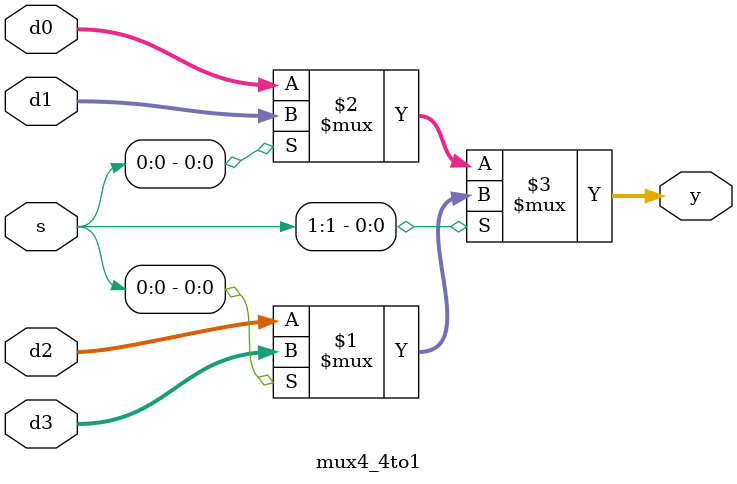
<source format=v>
/* 4-bit 4 to 1 Multiplexer */
module mux4_4to1(
  input[1:0] s,
  input[3:0] d0, d1, d2, d3,
  output[3:0] y
);

assign y = s[1] ? (s[0] ? d3 : d2) : (s[0] ? d1 : d0);

endmodule

</source>
